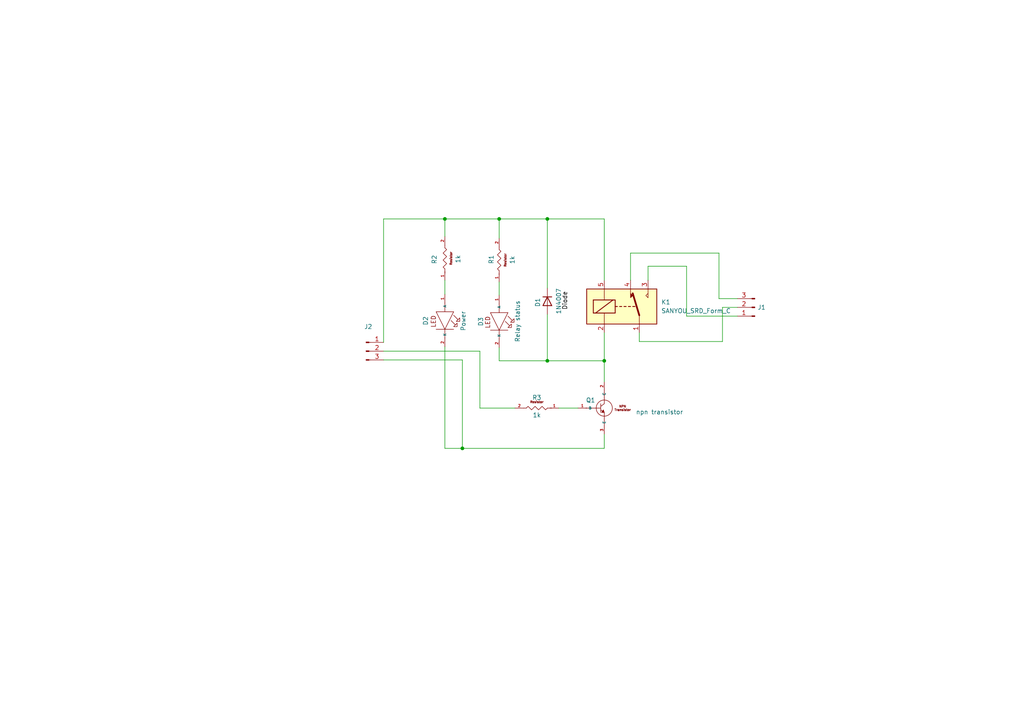
<source format=kicad_sch>
(kicad_sch (version 20231120) (generator "eeschema") (generator_version "8.0")
  (paper "A4")
  (lib_symbols
    (symbol "Connector:Conn_01x03_Pin" (pin_names (offset 1.016) hide)
      (property "Reference" "J" (at 0 5.08 0))
      (property "Value" "Conn_01x03_Pin" (at 0 -5.08 0))
      (symbol "Conn_01x03_Pin_1_1"
        (polyline (pts (xy 1.27 -2.54) (xy 0.8636 -2.54)) (stroke (width 0.1524)))
        (polyline (pts (xy 1.27 0) (xy 0.8636 0)) (stroke (width 0.1524)))
        (polyline (pts (xy 1.27 2.54) (xy 0.8636 2.54)) (stroke (width 0.1524)))
        (rectangle (start 0.8636 -2.413) (end 0 -2.667) (stroke (width 0.1524)) (fill (type outline)))
        (rectangle (start 0.8636 0.127) (end 0 -0.127) (stroke (width 0.1524)) (fill (type outline)))
        (rectangle (start 0.8636 2.667) (end 0 2.413) (stroke (width 0.1524)) (fill (type outline)))
        (pin passive line (at 5.08 2.54 180) (length 3.81) (name "Pin_1") (number "1"))
        (pin passive line (at 5.08 0 180) (length 3.81) (name "Pin_2") (number "2"))
        (pin passive line (at 5.08 -2.54 180) (length 3.81) (name "Pin_3") (number "3"))
      )
    )
    (symbol "Diode:1N4007" (pin_numbers hide) (pin_names hide)
      (property "Reference" "D" (at 0 2.54 0))
      (property "Value" "1N4007" (at 0 -2.54 0))
      (symbol "1N4007_0_1"
        (polyline (pts (xy -1.27 1.27) (xy -1.27 -1.27)) (stroke (width 0.254)))
        (polyline (pts (xy 1.27 0) (xy -1.27 0)))
        (polyline (pts (xy 1.27 1.27) (xy 1.27 -1.27) (xy -1.27 0) (xy 1.27 1.27)) (stroke (width 0.254)))
      )
      (symbol "1N4007_1_1"
        (pin passive line (at -3.81 0 0) (length 2.54) (name "K") (number "1"))
        (pin passive line (at 3.81 0 180) (length 2.54) (name "A") (number "2"))
      )
    )
    (symbol "Led_1:Led"
      (property "Reference" "D" (at -0.762 0 0))
      (symbol "Led_0_1"
        (polyline (pts (xy 0.254 5.842) (xy 0.254 5.842)))
        (polyline (pts (xy 2.54 2.54) (xy 2.54 -2.54)))
        (polyline (pts (xy -2.54 2.54) (xy -2.54 -2.54) (xy 2.54 0) (xy -2.54 2.54)))
      )
      (symbol "Led_1_1"
        (polyline (pts (xy -2.54 0) (xy -5.08 0)))
        (polyline (pts (xy -1.524 2.54) (xy -0.254 3.81)))
        (polyline (pts (xy 0 1.778) (xy 1.27 3.048)))
        (polyline (pts (xy 2.54 0) (xy 5.08 0)))
        (polyline (pts (xy -0.254 3.81) (xy -0.762 4.318) (xy 0.254 4.318) (xy 0.254 3.302) (xy -0.254 3.81)))
        (polyline (pts (xy 1.27 3.048) (xy 0.762 3.556) (xy 1.778 3.556) (xy 1.778 2.54) (xy 1.27 3.048)))
        (text "LED" (at 0.254 -3.302 0) (effects (font (size 1.27 1.27))))
        (pin passive line (at -7.62 0 0) (length 2.54) (name "A") (number "1"))
        (pin passive line (at 7.62 0 180) (length 2.54) (name "K") (number "2"))
      )
    )
    (symbol "Relay:SANYOU_SRD_Form_C"
      (property "Reference" "K" (at 11.43 3.81 0))
      (property "Value" "SANYOU_SRD_Form_C" (at 11.43 1.27 0))
      (symbol "SANYOU_SRD_Form_C_0_0"
        (polyline (pts (xy 7.62 5.08) (xy 7.62 2.54) (xy 6.985 3.175) (xy 7.62 3.81)))
      )
      (symbol "SANYOU_SRD_Form_C_0_1"
        (rectangle (start -10.16 5.08) (end 10.16 -5.08) (stroke (width 0.254)) (fill (type background)))
        (rectangle (start -8.255 1.905) (end -1.905 -1.905) (stroke (width 0.254)))
        (polyline (pts (xy -7.62 -1.905) (xy -2.54 1.905)) (stroke (width 0.254)))
        (polyline (pts (xy -5.08 -5.08) (xy -5.08 -1.905)))
        (polyline (pts (xy -5.08 5.08) (xy -5.08 1.905)))
        (polyline (pts (xy -1.905 0) (xy -1.27 0)) (stroke (width 0.254)))
        (polyline (pts (xy -0.635 0) (xy 0 0)) (stroke (width 0.254)))
        (polyline (pts (xy 0.635 0) (xy 1.27 0)) (stroke (width 0.254)))
        (polyline (pts (xy 1.905 0) (xy 2.54 0)) (stroke (width 0.254)))
        (polyline (pts (xy 3.175 0) (xy 3.81 0)) (stroke (width 0.254)))
        (polyline (pts (xy 5.08 -2.54) (xy 3.175 3.81)) (stroke (width 0.508)))
        (polyline (pts (xy 5.08 -2.54) (xy 5.08 -5.08)))
      )
      (symbol "SANYOU_SRD_Form_C_1_1"
        (polyline (pts (xy 2.54 3.81) (xy 3.175 3.175) (xy 2.54 2.54) (xy 2.54 5.08)) (fill (type outline)))
        (pin passive line (at 5.08 -7.62 90) (length 2.54) (name "~") (number "1"))
        (pin passive line (at -5.08 -7.62 90) (length 2.54) (name "~") (number "2"))
        (pin passive line (at 7.62 7.62 270) (length 2.54) (name "~") (number "3"))
        (pin passive line (at 2.54 7.62 270) (length 2.54) (name "~") (number "4"))
        (pin passive line (at -5.08 7.62 270) (length 2.54) (name "~") (number "5"))
      )
    )
    (symbol "Resistor_1:Resistor"
      (property "Reference" "R" (at 0 1.524 0))
      (symbol "Resistor_1_1"
        (polyline (pts (xy -3.048 0) (xy -4.318 0)))
        (polyline (pts (xy 3.048 0) (xy 3.81 0)))
        (polyline (pts (xy -3.048 0) (xy -2.54 0.508) (xy -1.524 -0.508) (xy -0.508 0.508) (xy 0.508 -0.508) (xy 1.524 0.508) (xy 2.54 -0.508) (xy 3.048 0)))
        (text "Resistor" (at 0 -1.778 0) (effects (font (size 0.635 0.635))))
        (pin passive line (at -6.35 0 0) (length 2.54) (name "") (number "1"))
        (pin passive line (at 6.35 0 180) (length 2.54) (name "") (number "2"))
      )
    )
    (symbol "Transistor_1:Transistor_npn"
      (property "Reference" "Q" (at -3.048 3.302 0))
      (symbol "Transistor_npn_0_1"
        (polyline (pts (xy -5.334 0) (xy -1.016 0)))
        (polyline (pts (xy -1.016 -0.508) (xy 0 -1.27)))
        (polyline (pts (xy -1.016 0.508) (xy 0 1.27)))
        (polyline (pts (xy -1.016 1.27) (xy -1.016 -1.27)))
        (polyline (pts (xy 0 -1.27) (xy 0 -5.08)))
        (polyline (pts (xy 0 1.27) (xy 0 5.334)))
        (circle (center 0 0) (radius 2.3418))
      )
      (symbol "Transistor_npn_1_1"
        (polyline (pts (xy 0 -1.27) (xy -0.254 -0.508) (xy -0.762 -1.27) (xy 0 -1.27)) (fill (type outline)))
        (text "NPN\nTransistor" (at 5.334 0 0) (effects (font (size 0.635 0.635))))
        (pin input line (at -7.62 0 0) (length 2.54) (name "B") (number "1"))
        (pin passive line (at 0 7.62 270) (length 2.54) (name "C") (number "2"))
        (pin passive line (at 0 -7.62 90) (length 2.54) (name "E") (number "3"))
      )
    )
  )
  (junction (at 175.26 104.648))
  (junction (at 158.75 104.648))
  (junction (at 134.112 130.048))
  (junction (at 158.75 63.5))
  (junction (at 129.032 63.5))
  (junction (at 144.78 63.5))
  (wire (pts (xy 199.136 91.694) (xy 213.868 91.694)))
  (wire (pts (xy 208.534 86.614) (xy 208.534 73.406)))
  (wire (pts (xy 111.252 104.394) (xy 134.112 104.394)))
  (wire (pts (xy 175.26 96.52) (xy 175.26 104.648)))
  (wire (pts (xy 187.96 77.216) (xy 199.136 77.216)))
  (wire (pts (xy 129.032 100.584) (xy 129.032 130.048)))
  (wire (pts (xy 213.868 86.614) (xy 208.534 86.614)))
  (wire (pts (xy 129.032 81.28) (xy 129.032 85.344)))
  (wire (pts (xy 144.78 63.5) (xy 158.75 63.5)))
  (wire (pts (xy 209.55 89.154) (xy 209.55 99.06)))
  (wire (pts (xy 111.252 63.5) (xy 129.032 63.5)))
  (wire (pts (xy 139.192 118.364) (xy 149.352 118.364)))
  (wire (pts (xy 185.42 99.06) (xy 209.55 99.06)))
  (wire (pts (xy 175.26 130.048) (xy 175.26 125.984)))
  (wire (pts (xy 144.78 104.648) (xy 158.75 104.648)))
  (wire (pts (xy 185.42 99.06) (xy 185.42 96.52)))
  (wire (pts (xy 111.252 101.854) (xy 139.192 101.854)))
  (wire (pts (xy 134.112 104.394) (xy 134.112 130.048)))
  (wire (pts (xy 182.88 81.28) (xy 182.88 73.406)))
  (wire (pts (xy 111.252 99.314) (xy 111.252 63.5)))
  (wire (pts (xy 144.78 104.648) (xy 144.78 100.838)))
  (wire (pts (xy 199.136 77.216) (xy 199.136 91.694)))
  (wire (pts (xy 134.112 130.048) (xy 175.26 130.048)))
  (wire (pts (xy 175.26 104.648) (xy 175.26 110.744)))
  (wire (pts (xy 158.75 63.5) (xy 175.26 63.5)))
  (wire (pts (xy 129.032 63.5) (xy 144.78 63.5)))
  (wire (pts (xy 182.88 73.406) (xy 208.534 73.406)))
  (wire (pts (xy 213.868 89.154) (xy 209.55 89.154)))
  (wire (pts (xy 187.96 81.28) (xy 187.96 77.216)))
  (wire (pts (xy 162.052 118.364) (xy 167.64 118.364)))
  (wire (pts (xy 144.78 63.5) (xy 144.78 69.088)))
  (wire (pts (xy 158.75 63.5) (xy 158.75 83.566)))
  (wire (pts (xy 134.112 130.048) (xy 129.032 130.048)))
  (wire (pts (xy 158.75 91.186) (xy 158.75 104.648)))
  (wire (pts (xy 139.192 101.854) (xy 139.192 118.364)))
  (wire (pts (xy 144.78 81.788) (xy 144.78 85.598)))
  (wire (pts (xy 175.26 81.28) (xy 175.26 63.5)))
  (wire (pts (xy 158.75 104.648) (xy 175.26 104.648)))
  (wire (pts (xy 129.032 68.58) (xy 129.032 63.5)))
  (text "Diode\n" (at 163.83 87.376 90) (effects (font (size 1.27 1.27))))
  (symbol (lib_id "Connector:Conn_01x03_Pin") (at 218.948 89.154 180) (unit 1)
    (property "Reference" "J1" (at 219.71 89.1539 0) (effects (justify right)))
    (property "Value" "Conn_01x03_Pin" (effects (hide yes)))
    (property "Footprint" "TerminalBlock:TerminalBlock_bornier-3_P5.08mm" (effects (hide yes)))
    (property "Description" "Generic connector, single row, 01x03, script generated" (effects (hide yes)))
  )
  (symbol (lib_id "Transistor_1:Transistor_npn") (at 175.26 118.364 0) (unit 1)
    (property "Reference" "Q1" (at 169.926 116.078 0) (effects (justify left)))
    (property "Value" "npn transistor" (at 184.404 119.507 0) (effects (justify left)))
    (property "Footprint" "Package_TO_SOT_THT:TO-92_Inline_Wide" (effects (hide yes)))
  )
  (symbol (lib_id "Resistor_1:Resistor") (at 144.78 75.438 90) (unit 1)
    (property "Reference" "R1" (at 142.494 73.914 0) (effects (justify right)))
    (property "Value" "1k" (at 148.59 74.168 0) (effects (justify right)))
    (property "Footprint" "Resistor_THT:R_Axial_DIN0207_L6.3mm_D2.5mm_P7.62mm_Horizontal" (effects (hide yes)))
  )
  (symbol (lib_id "Led_1:Led") (at 129.032 92.964 270) (unit 1)
    (property "Reference" "D2" (at 123.444 91.694 0) (effects (justify left)))
    (property "Value" "Power" (at 134.366 90.17 0) (effects (justify left)))
    (property "Footprint" "LED_THT:LED_D3.0mm" (effects (hide yes)))
  )
  (symbol (lib_id "Led_1:Led") (at 144.78 93.218 270) (unit 1)
    (property "Reference" "D3" (at 139.446 91.948 0) (effects (justify left)))
    (property "Value" "Relay status" (at 150.114 87.122 0) (effects (justify left)))
    (property "Footprint" "LED_THT:LED_D3.0mm" (effects (hide yes)))
  )
  (symbol (lib_id "Connector:Conn_01x03_Pin") (at 106.172 101.854 0) (unit 1)
    (property "Reference" "J2" (at 106.807 94.742 0))
    (property "Value" "Conn_01x03_Pin" (effects (hide yes)))
    (property "Footprint" "Connector_PinHeader_2.00mm:PinHeader_1x03_P2.00mm_Vertical" (effects (hide yes)))
    (property "Description" "Generic connector, single row, 01x03, script generated" (effects (hide yes)))
  )
  (symbol (lib_id "Resistor_1:Resistor") (at 129.032 74.93 90) (unit 1)
    (property "Reference" "R2" (at 125.984 73.914 0) (effects (justify right)))
    (property "Value" "1k" (at 132.842 73.914 0) (effects (justify right)))
    (property "Footprint" "Resistor_THT:R_Axial_DIN0207_L6.3mm_D2.5mm_P7.62mm_Horizontal" (effects (hide yes)))
  )
  (symbol (lib_id "Relay:SANYOU_SRD_Form_C") (at 180.34 88.9 0) (unit 1)
    (property "Reference" "K1" (at 191.77 87.6299 0) (effects (justify left)))
    (property "Value" "SANYOU_SRD_Form_C" (at 191.77 90.1699 0) (effects (justify left)))
    (property "Footprint" "Relay_THT:Relay_SPDT_SANYOU_SRD_Series_Form_C" (effects (hide yes)))
    (property "Datasheet" "http://www.sanyourelay.ca/public/products/pdf/SRD.pdf" (effects (hide yes)))
    (property "Description" "Sanyo SRD relay, Single Pole Miniature Power Relay," (effects (hide yes)))
  )
  (symbol (lib_id "Resistor_1:Resistor") (at 155.702 118.364 180) (unit 1)
    (property "Reference" "R3" (at 155.702 115.316 0))
    (property "Value" "1k" (at 155.702 120.396 0))
    (property "Footprint" "Resistor_THT:R_Axial_DIN0207_L6.3mm_D2.5mm_P7.62mm_Horizontal" (effects (hide yes)))
  )
  (symbol (lib_id "Diode:1N4007") (at 158.75 87.376 270) (unit 1)
    (property "Reference" "D1" (at 155.956 86.36 0) (effects (justify left)))
    (property "Value" "1N4007" (at 162.052 83.566 0) (effects (justify left)))
    (property "Footprint" "Diode_THT:D_DO-41_SOD81_P7.62mm_Horizontal" (effects (hide yes)))
    (property "Datasheet" "http://www.vishay.com/docs/88503/1n4001.pdf" (effects (hide yes)))
    (property "Description" "1000V 1A General Purpose Rectifier Diode, DO-41" (effects (hide yes)))
    (property "Sim.Device" "D" (effects (hide yes)))
    (property "Sim.Pins" "1=K 2=A" (effects (hide yes)))
  )
)
</source>
